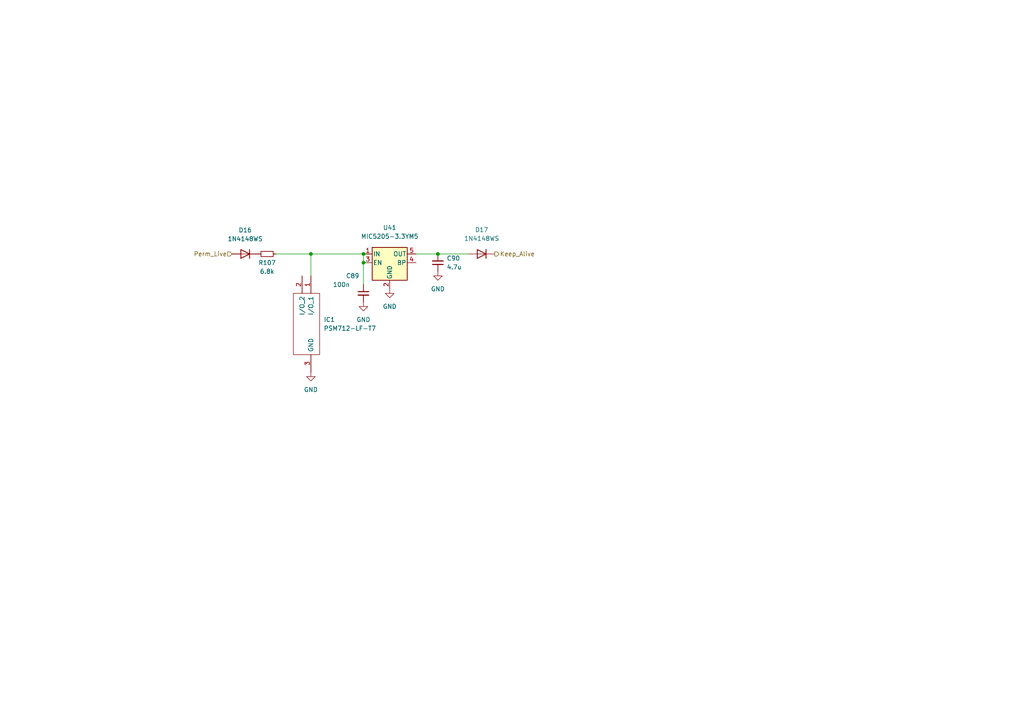
<source format=kicad_sch>
(kicad_sch (version 20211123) (generator eeschema)
  (paper "A4")
  (title_block (title "Polygonus") (date "2023-03-15") (rev "v0.7"))
  (lib_symbols
    (symbol "Device:C_Small" (pin_numbers hide) (pin_names (offset 0.254) hide)
      (property "Reference" "C" (at 0.254 1.778 0))
      (property "Value" "C_Small" (at 0.254 -2.032 0))
      (symbol "C_Small_0_1"
        (polyline (pts (xy -1.524 -0.508) (xy 1.524 -0.508)) (stroke (width 0.3302)))
        (polyline (pts (xy -1.524 0.508) (xy 1.524 0.508)) (stroke (width 0.3048)))
      )
      (symbol "C_Small_1_1"
        (pin passive line (at 0 2.54 270) (length 2.032) (name "~") (number "1"))
        (pin passive line (at 0 -2.54 90) (length 2.032) (name "~") (number "2"))
      )
    )
    (symbol "Device:R_Small" (pin_numbers hide) (pin_names (offset 0.254) hide)
      (property "Reference" "R" (at 0.762 0.508 0))
      (property "Value" "R_Small" (at 0.762 -1.016 0))
      (symbol "R_Small_0_1"
        (rectangle (start -0.762 1.778) (end 0.762 -1.778) (stroke (width 0.2032)))
      )
      (symbol "R_Small_1_1"
        (pin passive line (at 0 2.54 270) (length 0.762) (name "~") (number "1"))
        (pin passive line (at 0 -2.54 90) (length 0.762) (name "~") (number "2"))
      )
    )
    (symbol "Diode:1N4148WS" (pin_numbers hide) (pin_names (offset 1.016) hide)
      (property "Reference" "D" (at 0 2.54 0))
      (property "Value" "1N4148WS" (at 0 -2.54 0))
      (symbol "1N4148WS_0_1"
        (polyline (pts (xy -1.27 1.27) (xy -1.27 -1.27)) (stroke (width 0.254)))
        (polyline (pts (xy 1.27 0) (xy -1.27 0)))
        (polyline (pts (xy 1.27 1.27) (xy 1.27 -1.27) (xy -1.27 0) (xy 1.27 1.27)) (stroke (width 0.254)))
      )
      (symbol "1N4148WS_1_1"
        (pin passive line (at -3.81 0 0) (length 2.54) (name "K") (number "1"))
        (pin passive line (at 3.81 0 180) (length 2.54) (name "A") (number "2"))
      )
    )
    (symbol "Regulator_Linear:MIC5205-3.3YM5" (pin_names (offset 0.254))
      (property "Reference" "U" (at -3.81 5.715 0))
      (property "Value" "MIC5205-3.3YM5" (at 0 5.715 0))
      (symbol "MIC5205-3.3YM5_0_1"
        (rectangle (start -5.08 4.445) (end 5.08 -5.08) (stroke (width 0.254)) (fill (type background)))
      )
      (symbol "MIC5205-3.3YM5_1_1"
        (pin power_in line (at -7.62 2.54 0) (length 2.54) (name "IN") (number "1"))
        (pin power_in line (at 0 -7.62 90) (length 2.54) (name "GND") (number "2"))
        (pin input line (at -7.62 0 0) (length 2.54) (name "EN") (number "3"))
        (pin input line (at 7.62 0 180) (length 2.54) (name "BP") (number "4"))
        (pin power_out line (at 7.62 2.54 180) (length 2.54) (name "OUT") (number "5"))
      )
    )
    (symbol "SamacSys_Parts:PSM712-LF-T7" (pin_names (offset 0.762))
      (property "Reference" "IC" (at 24.13 7.62 0))
      (property "Value" "PSM712-LF-T7" (at 24.13 5.08 0))
      (symbol "PSM712-LF-T7_0_0"
        (pin passive line (at 0 0 0) (length 5.08) (name "I/O_1") (number "1"))
        (pin passive line (at 0 -2.54 0) (length 5.08) (name "I/O_2") (number "2"))
        (pin passive line (at 27.94 0 180) (length 5.08) (name "GND") (number "3"))
      )
      (symbol "PSM712-LF-T7_0_1"
        (polyline (pts (xy 5.08 2.54) (xy 22.86 2.54) (xy 22.86 -5.08) (xy 5.08 -5.08) (xy 5.08 2.54)) (stroke (width 0.1524)))
      )
    )
    (symbol "power:GND" (power) (pin_names (offset 0))
      (property "Value" "GND" (at 0 -3.81 0))
      (symbol "GND_0_1"
        (polyline (pts (xy 0 0) (xy 0 -1.27) (xy 1.27 -1.27) (xy 0 -2.54) (xy -1.27 -1.27) (xy 0 -1.27)))
      )
      (symbol "GND_1_1"
        (pin power_in line (at 0 0 270) (length 0) hide (name "GND") (number "1"))
      )
    )
  )
  (junction (at 105.41 76.2))
  (junction (at 90.17 73.66))
  (junction (at 105.41 73.66))
  (junction (at 127 73.66))
  (wire (pts (xy 120.65 73.66) (xy 127 73.66)))
  (wire (pts (xy 90.17 73.66) (xy 105.41 73.66)))
  (wire (pts (xy 105.41 76.2) (xy 105.41 82.55)))
  (wire (pts (xy 127 73.66) (xy 135.89 73.66)))
  (wire (pts (xy 105.41 73.66) (xy 105.41 76.2)))
  (wire (pts (xy 80.01 73.66) (xy 90.17 73.66)))
  (wire (pts (xy 90.17 73.66) (xy 90.17 80.01)))
  (hierarchical_label "Perm_Live" (shape input) (at 67.31 73.66 180))
  (hierarchical_label "Keep_Alive" (shape output) (at 143.51 73.66 0))
  (symbol (lib_id "SamacSys_Parts:PSM712-LF-T7") (at 90.17 80.01 270) (unit 1)
    (property "Reference" "IC1" (at 93.8803 92.7099 90) (effects (justify left)))
    (property "Value" "PSM712-LF-T7" (at 93.8803 95.2499 90) (effects (justify left)))
    (property "Footprint" "Package_TO_SOT_SMD:SOT-23" (effects hide))
    (property "Datasheet" "https://www.arrow.com/en/products/psm712-lf-t7/protek-devices" (effects hide))
    (property "Description" "ESD Suppressor TVS Bi-Dir 12V/7V 3-Pin SOT-23 T/R" (effects hide))
    (property "Height" "1.21" (effects hide))
    (property "Manufacturer_Name" "ProTek Devices" (effects hide))
    (property "Manufacturer_Part_Number" "PSM712-LF-T7" (effects hide))
    (property "Arrow Part Number" "PSM712-LF-T7" (effects hide))
    (property "Arrow Price/Stock" "https://www.arrow.com/en/products/psm712-lf-t7/protek-devices?region=europe" (effects hide))
  )
  (symbol (lib_id "power:GND") (at 105.41 87.63 0) (unit 1)
    (property "Reference" "#PWR0258" (effects hide))
    (property "Value" "GND" (at 105.41 92.71 0))
  )
  (symbol (lib_id "Regulator_Linear:MIC5205-3.3YM5") (at 113.03 76.2 0) (unit 1)
    (property "Reference" "U41" (at 113.03 66.04 0))
    (property "Value" "MIC5205-3.3YM5" (at 113.03 68.58 0))
    (property "Footprint" "Package_TO_SOT_SMD:SOT-23-5" (effects hide))
    (property "Datasheet" "http://ww1.microchip.com/downloads/en/DeviceDoc/20005785A.pdf" (effects hide))
  )
  (symbol (lib_id "power:GND") (at 127 78.74 0) (unit 1)
    (property "Reference" "#PWR0260" (effects hide))
    (property "Value" "GND" (at 127 83.82 0))
  )
  (symbol (lib_id "power:GND") (at 90.17 107.95 0) (unit 1)
    (property "Reference" "#PWR0257" (effects hide))
    (property "Value" "GND" (at 90.17 113.03 0))
  )
  (symbol (lib_id "Device:C_Small") (at 127 76.2 180) (unit 1)
    (property "Reference" "C90" (at 129.54 74.9235 0) (effects (justify right)))
    (property "Value" "4.7u" (at 129.54 77.4635 0) (effects (justify right)))
    (property "Footprint" "Capacitor_SMD:C_0201_0603Metric" (effects hide))
  )
  (symbol (lib_id "Diode:1N4148WS") (at 139.7 73.66 180) (unit 1)
    (property "Reference" "D17" (at 139.7 66.6485 0))
    (property "Value" "1N4148WS" (at 139.7 69.1885 0))
    (property "Footprint" "Diode_SMD:D_SOD-323" (effects hide))
    (property "Datasheet" "https://www.vishay.com/docs/85751/1n4148ws.pdf" (effects hide))
  )
  (symbol (lib_id "power:GND") (at 113.03 83.82 0) (unit 1)
    (property "Reference" "#PWR0259" (effects hide))
    (property "Value" "GND" (at 113.03 88.9 0))
  )
  (symbol (lib_id "Device:R_Small") (at 77.47 73.66 90) (unit 1)
    (property "Reference" "R107" (at 77.47 76.2 90))
    (property "Value" "6.8k" (at 77.47 78.74 90))
    (property "Footprint" "Resistor_SMD:R_0402_1005Metric" (effects hide))
  )
  (symbol (lib_id "Device:C_Small") (at 105.41 85.09 0) (unit 1)
    (property "Reference" "C89" (at 100.33 80.01 0) (effects (justify left)))
    (property "Value" "100n" (at 96.52 82.55 0) (effects (justify left)))
    (property "Footprint" "Capacitor_SMD:C_0201_0603Metric" (effects hide))
  )
  (symbol (lib_id "Diode:1N4148WS") (at 71.12 73.66 180) (unit 1)
    (property "Reference" "D16" (at 71.12 66.7482 0))
    (property "Value" "1N4148WS" (at 71.12 69.2882 0))
    (property "Footprint" "Diode_SMD:D_SOD-323" (effects hide))
    (property "Datasheet" "https://www.vishay.com/docs/85751/1n4148ws.pdf" (effects hide))
  )
)
</source>
